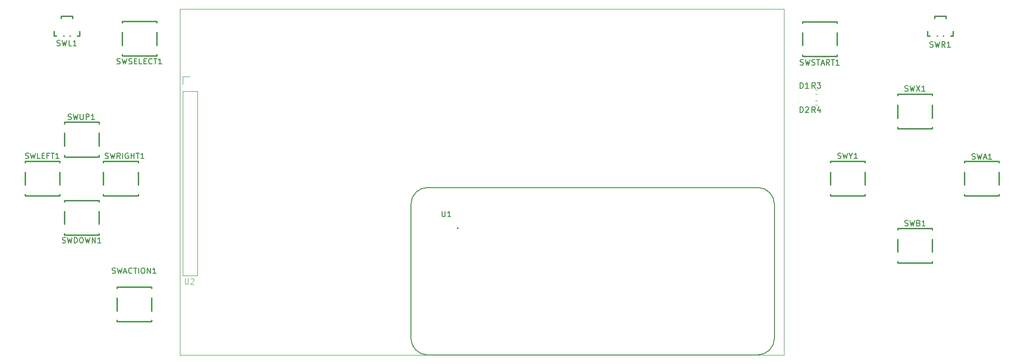
<source format=gbr>
%TF.GenerationSoftware,KiCad,Pcbnew,7.0.9*%
%TF.CreationDate,2024-03-17T17:30:52-07:00*%
%TF.ProjectId,PiEmulator,5069456d-756c-4617-946f-722e6b696361,rev?*%
%TF.SameCoordinates,Original*%
%TF.FileFunction,Legend,Top*%
%TF.FilePolarity,Positive*%
%FSLAX46Y46*%
G04 Gerber Fmt 4.6, Leading zero omitted, Abs format (unit mm)*
G04 Created by KiCad (PCBNEW 7.0.9) date 2024-03-17 17:30:52*
%MOMM*%
%LPD*%
G01*
G04 APERTURE LIST*
%ADD10C,0.150000*%
%ADD11C,0.100000*%
%ADD12C,0.250000*%
%ADD13C,0.120000*%
%ADD14C,0.127000*%
%ADD15C,0.200000*%
G04 APERTURE END LIST*
D10*
X70586905Y-76607200D02*
X70729762Y-76654819D01*
X70729762Y-76654819D02*
X70967857Y-76654819D01*
X70967857Y-76654819D02*
X71063095Y-76607200D01*
X71063095Y-76607200D02*
X71110714Y-76559580D01*
X71110714Y-76559580D02*
X71158333Y-76464342D01*
X71158333Y-76464342D02*
X71158333Y-76369104D01*
X71158333Y-76369104D02*
X71110714Y-76273866D01*
X71110714Y-76273866D02*
X71063095Y-76226247D01*
X71063095Y-76226247D02*
X70967857Y-76178628D01*
X70967857Y-76178628D02*
X70777381Y-76131009D01*
X70777381Y-76131009D02*
X70682143Y-76083390D01*
X70682143Y-76083390D02*
X70634524Y-76035771D01*
X70634524Y-76035771D02*
X70586905Y-75940533D01*
X70586905Y-75940533D02*
X70586905Y-75845295D01*
X70586905Y-75845295D02*
X70634524Y-75750057D01*
X70634524Y-75750057D02*
X70682143Y-75702438D01*
X70682143Y-75702438D02*
X70777381Y-75654819D01*
X70777381Y-75654819D02*
X71015476Y-75654819D01*
X71015476Y-75654819D02*
X71158333Y-75702438D01*
X71491667Y-75654819D02*
X71729762Y-76654819D01*
X71729762Y-76654819D02*
X71920238Y-75940533D01*
X71920238Y-75940533D02*
X72110714Y-76654819D01*
X72110714Y-76654819D02*
X72348810Y-75654819D01*
X73205952Y-76654819D02*
X72729762Y-76654819D01*
X72729762Y-76654819D02*
X72729762Y-75654819D01*
X74063095Y-76654819D02*
X73491667Y-76654819D01*
X73777381Y-76654819D02*
X73777381Y-75654819D01*
X73777381Y-75654819D02*
X73682143Y-75797676D01*
X73682143Y-75797676D02*
X73586905Y-75892914D01*
X73586905Y-75892914D02*
X73491667Y-75940533D01*
X222194667Y-108865200D02*
X222337524Y-108912819D01*
X222337524Y-108912819D02*
X222575619Y-108912819D01*
X222575619Y-108912819D02*
X222670857Y-108865200D01*
X222670857Y-108865200D02*
X222718476Y-108817580D01*
X222718476Y-108817580D02*
X222766095Y-108722342D01*
X222766095Y-108722342D02*
X222766095Y-108627104D01*
X222766095Y-108627104D02*
X222718476Y-108531866D01*
X222718476Y-108531866D02*
X222670857Y-108484247D01*
X222670857Y-108484247D02*
X222575619Y-108436628D01*
X222575619Y-108436628D02*
X222385143Y-108389009D01*
X222385143Y-108389009D02*
X222289905Y-108341390D01*
X222289905Y-108341390D02*
X222242286Y-108293771D01*
X222242286Y-108293771D02*
X222194667Y-108198533D01*
X222194667Y-108198533D02*
X222194667Y-108103295D01*
X222194667Y-108103295D02*
X222242286Y-108008057D01*
X222242286Y-108008057D02*
X222289905Y-107960438D01*
X222289905Y-107960438D02*
X222385143Y-107912819D01*
X222385143Y-107912819D02*
X222623238Y-107912819D01*
X222623238Y-107912819D02*
X222766095Y-107960438D01*
X223099429Y-107912819D02*
X223337524Y-108912819D01*
X223337524Y-108912819D02*
X223528000Y-108198533D01*
X223528000Y-108198533D02*
X223718476Y-108912819D01*
X223718476Y-108912819D02*
X223956572Y-107912819D01*
X224670857Y-108389009D02*
X224813714Y-108436628D01*
X224813714Y-108436628D02*
X224861333Y-108484247D01*
X224861333Y-108484247D02*
X224908952Y-108579485D01*
X224908952Y-108579485D02*
X224908952Y-108722342D01*
X224908952Y-108722342D02*
X224861333Y-108817580D01*
X224861333Y-108817580D02*
X224813714Y-108865200D01*
X224813714Y-108865200D02*
X224718476Y-108912819D01*
X224718476Y-108912819D02*
X224337524Y-108912819D01*
X224337524Y-108912819D02*
X224337524Y-107912819D01*
X224337524Y-107912819D02*
X224670857Y-107912819D01*
X224670857Y-107912819D02*
X224766095Y-107960438D01*
X224766095Y-107960438D02*
X224813714Y-108008057D01*
X224813714Y-108008057D02*
X224861333Y-108103295D01*
X224861333Y-108103295D02*
X224861333Y-108198533D01*
X224861333Y-108198533D02*
X224813714Y-108293771D01*
X224813714Y-108293771D02*
X224766095Y-108341390D01*
X224766095Y-108341390D02*
X224670857Y-108389009D01*
X224670857Y-108389009D02*
X224337524Y-108389009D01*
X225861333Y-108912819D02*
X225289905Y-108912819D01*
X225575619Y-108912819D02*
X225575619Y-107912819D01*
X225575619Y-107912819D02*
X225480381Y-108055676D01*
X225480381Y-108055676D02*
X225385143Y-108150914D01*
X225385143Y-108150914D02*
X225289905Y-108198533D01*
X226704667Y-76861200D02*
X226847524Y-76908819D01*
X226847524Y-76908819D02*
X227085619Y-76908819D01*
X227085619Y-76908819D02*
X227180857Y-76861200D01*
X227180857Y-76861200D02*
X227228476Y-76813580D01*
X227228476Y-76813580D02*
X227276095Y-76718342D01*
X227276095Y-76718342D02*
X227276095Y-76623104D01*
X227276095Y-76623104D02*
X227228476Y-76527866D01*
X227228476Y-76527866D02*
X227180857Y-76480247D01*
X227180857Y-76480247D02*
X227085619Y-76432628D01*
X227085619Y-76432628D02*
X226895143Y-76385009D01*
X226895143Y-76385009D02*
X226799905Y-76337390D01*
X226799905Y-76337390D02*
X226752286Y-76289771D01*
X226752286Y-76289771D02*
X226704667Y-76194533D01*
X226704667Y-76194533D02*
X226704667Y-76099295D01*
X226704667Y-76099295D02*
X226752286Y-76004057D01*
X226752286Y-76004057D02*
X226799905Y-75956438D01*
X226799905Y-75956438D02*
X226895143Y-75908819D01*
X226895143Y-75908819D02*
X227133238Y-75908819D01*
X227133238Y-75908819D02*
X227276095Y-75956438D01*
X227609429Y-75908819D02*
X227847524Y-76908819D01*
X227847524Y-76908819D02*
X228038000Y-76194533D01*
X228038000Y-76194533D02*
X228228476Y-76908819D01*
X228228476Y-76908819D02*
X228466572Y-75908819D01*
X229418952Y-76908819D02*
X229085619Y-76432628D01*
X228847524Y-76908819D02*
X228847524Y-75908819D01*
X228847524Y-75908819D02*
X229228476Y-75908819D01*
X229228476Y-75908819D02*
X229323714Y-75956438D01*
X229323714Y-75956438D02*
X229371333Y-76004057D01*
X229371333Y-76004057D02*
X229418952Y-76099295D01*
X229418952Y-76099295D02*
X229418952Y-76242152D01*
X229418952Y-76242152D02*
X229371333Y-76337390D01*
X229371333Y-76337390D02*
X229323714Y-76385009D01*
X229323714Y-76385009D02*
X229228476Y-76432628D01*
X229228476Y-76432628D02*
X228847524Y-76432628D01*
X230371333Y-76908819D02*
X229799905Y-76908819D01*
X230085619Y-76908819D02*
X230085619Y-75908819D01*
X230085619Y-75908819D02*
X229990381Y-76051676D01*
X229990381Y-76051676D02*
X229895143Y-76146914D01*
X229895143Y-76146914D02*
X229799905Y-76194533D01*
X234218095Y-96927200D02*
X234360952Y-96974819D01*
X234360952Y-96974819D02*
X234599047Y-96974819D01*
X234599047Y-96974819D02*
X234694285Y-96927200D01*
X234694285Y-96927200D02*
X234741904Y-96879580D01*
X234741904Y-96879580D02*
X234789523Y-96784342D01*
X234789523Y-96784342D02*
X234789523Y-96689104D01*
X234789523Y-96689104D02*
X234741904Y-96593866D01*
X234741904Y-96593866D02*
X234694285Y-96546247D01*
X234694285Y-96546247D02*
X234599047Y-96498628D01*
X234599047Y-96498628D02*
X234408571Y-96451009D01*
X234408571Y-96451009D02*
X234313333Y-96403390D01*
X234313333Y-96403390D02*
X234265714Y-96355771D01*
X234265714Y-96355771D02*
X234218095Y-96260533D01*
X234218095Y-96260533D02*
X234218095Y-96165295D01*
X234218095Y-96165295D02*
X234265714Y-96070057D01*
X234265714Y-96070057D02*
X234313333Y-96022438D01*
X234313333Y-96022438D02*
X234408571Y-95974819D01*
X234408571Y-95974819D02*
X234646666Y-95974819D01*
X234646666Y-95974819D02*
X234789523Y-96022438D01*
X235122857Y-95974819D02*
X235360952Y-96974819D01*
X235360952Y-96974819D02*
X235551428Y-96260533D01*
X235551428Y-96260533D02*
X235741904Y-96974819D01*
X235741904Y-96974819D02*
X235980000Y-95974819D01*
X236313333Y-96689104D02*
X236789523Y-96689104D01*
X236218095Y-96974819D02*
X236551428Y-95974819D01*
X236551428Y-95974819D02*
X236884761Y-96974819D01*
X237741904Y-96974819D02*
X237170476Y-96974819D01*
X237456190Y-96974819D02*
X237456190Y-95974819D01*
X237456190Y-95974819D02*
X237360952Y-96117676D01*
X237360952Y-96117676D02*
X237265714Y-96212914D01*
X237265714Y-96212914D02*
X237170476Y-96260533D01*
D11*
X93472095Y-118329419D02*
X93472095Y-119138942D01*
X93472095Y-119138942D02*
X93519714Y-119234180D01*
X93519714Y-119234180D02*
X93567333Y-119281800D01*
X93567333Y-119281800D02*
X93662571Y-119329419D01*
X93662571Y-119329419D02*
X93853047Y-119329419D01*
X93853047Y-119329419D02*
X93948285Y-119281800D01*
X93948285Y-119281800D02*
X93995904Y-119234180D01*
X93995904Y-119234180D02*
X94043523Y-119138942D01*
X94043523Y-119138942D02*
X94043523Y-118329419D01*
X94472095Y-118424657D02*
X94519714Y-118377038D01*
X94519714Y-118377038D02*
X94614952Y-118329419D01*
X94614952Y-118329419D02*
X94853047Y-118329419D01*
X94853047Y-118329419D02*
X94948285Y-118377038D01*
X94948285Y-118377038D02*
X94995904Y-118424657D01*
X94995904Y-118424657D02*
X95043523Y-118519895D01*
X95043523Y-118519895D02*
X95043523Y-118615133D01*
X95043523Y-118615133D02*
X94995904Y-118757990D01*
X94995904Y-118757990D02*
X94424476Y-119329419D01*
X94424476Y-119329419D02*
X95043523Y-119329419D01*
D10*
X79200810Y-96800200D02*
X79343667Y-96847819D01*
X79343667Y-96847819D02*
X79581762Y-96847819D01*
X79581762Y-96847819D02*
X79677000Y-96800200D01*
X79677000Y-96800200D02*
X79724619Y-96752580D01*
X79724619Y-96752580D02*
X79772238Y-96657342D01*
X79772238Y-96657342D02*
X79772238Y-96562104D01*
X79772238Y-96562104D02*
X79724619Y-96466866D01*
X79724619Y-96466866D02*
X79677000Y-96419247D01*
X79677000Y-96419247D02*
X79581762Y-96371628D01*
X79581762Y-96371628D02*
X79391286Y-96324009D01*
X79391286Y-96324009D02*
X79296048Y-96276390D01*
X79296048Y-96276390D02*
X79248429Y-96228771D01*
X79248429Y-96228771D02*
X79200810Y-96133533D01*
X79200810Y-96133533D02*
X79200810Y-96038295D01*
X79200810Y-96038295D02*
X79248429Y-95943057D01*
X79248429Y-95943057D02*
X79296048Y-95895438D01*
X79296048Y-95895438D02*
X79391286Y-95847819D01*
X79391286Y-95847819D02*
X79629381Y-95847819D01*
X79629381Y-95847819D02*
X79772238Y-95895438D01*
X80105572Y-95847819D02*
X80343667Y-96847819D01*
X80343667Y-96847819D02*
X80534143Y-96133533D01*
X80534143Y-96133533D02*
X80724619Y-96847819D01*
X80724619Y-96847819D02*
X80962715Y-95847819D01*
X81915095Y-96847819D02*
X81581762Y-96371628D01*
X81343667Y-96847819D02*
X81343667Y-95847819D01*
X81343667Y-95847819D02*
X81724619Y-95847819D01*
X81724619Y-95847819D02*
X81819857Y-95895438D01*
X81819857Y-95895438D02*
X81867476Y-95943057D01*
X81867476Y-95943057D02*
X81915095Y-96038295D01*
X81915095Y-96038295D02*
X81915095Y-96181152D01*
X81915095Y-96181152D02*
X81867476Y-96276390D01*
X81867476Y-96276390D02*
X81819857Y-96324009D01*
X81819857Y-96324009D02*
X81724619Y-96371628D01*
X81724619Y-96371628D02*
X81343667Y-96371628D01*
X82343667Y-96847819D02*
X82343667Y-95847819D01*
X83343666Y-95895438D02*
X83248428Y-95847819D01*
X83248428Y-95847819D02*
X83105571Y-95847819D01*
X83105571Y-95847819D02*
X82962714Y-95895438D01*
X82962714Y-95895438D02*
X82867476Y-95990676D01*
X82867476Y-95990676D02*
X82819857Y-96085914D01*
X82819857Y-96085914D02*
X82772238Y-96276390D01*
X82772238Y-96276390D02*
X82772238Y-96419247D01*
X82772238Y-96419247D02*
X82819857Y-96609723D01*
X82819857Y-96609723D02*
X82867476Y-96704961D01*
X82867476Y-96704961D02*
X82962714Y-96800200D01*
X82962714Y-96800200D02*
X83105571Y-96847819D01*
X83105571Y-96847819D02*
X83200809Y-96847819D01*
X83200809Y-96847819D02*
X83343666Y-96800200D01*
X83343666Y-96800200D02*
X83391285Y-96752580D01*
X83391285Y-96752580D02*
X83391285Y-96419247D01*
X83391285Y-96419247D02*
X83200809Y-96419247D01*
X83819857Y-96847819D02*
X83819857Y-95847819D01*
X83819857Y-96324009D02*
X84391285Y-96324009D01*
X84391285Y-96847819D02*
X84391285Y-95847819D01*
X84724619Y-95847819D02*
X85296047Y-95847819D01*
X85010333Y-96847819D02*
X85010333Y-95847819D01*
X86153190Y-96847819D02*
X85581762Y-96847819D01*
X85867476Y-96847819D02*
X85867476Y-95847819D01*
X85867476Y-95847819D02*
X85772238Y-95990676D01*
X85772238Y-95990676D02*
X85677000Y-96085914D01*
X85677000Y-96085914D02*
X85581762Y-96133533D01*
X203500905Y-88592819D02*
X203500905Y-87592819D01*
X203500905Y-87592819D02*
X203739000Y-87592819D01*
X203739000Y-87592819D02*
X203881857Y-87640438D01*
X203881857Y-87640438D02*
X203977095Y-87735676D01*
X203977095Y-87735676D02*
X204024714Y-87830914D01*
X204024714Y-87830914D02*
X204072333Y-88021390D01*
X204072333Y-88021390D02*
X204072333Y-88164247D01*
X204072333Y-88164247D02*
X204024714Y-88354723D01*
X204024714Y-88354723D02*
X203977095Y-88449961D01*
X203977095Y-88449961D02*
X203881857Y-88545200D01*
X203881857Y-88545200D02*
X203739000Y-88592819D01*
X203739000Y-88592819D02*
X203500905Y-88592819D01*
X204453286Y-87688057D02*
X204500905Y-87640438D01*
X204500905Y-87640438D02*
X204596143Y-87592819D01*
X204596143Y-87592819D02*
X204834238Y-87592819D01*
X204834238Y-87592819D02*
X204929476Y-87640438D01*
X204929476Y-87640438D02*
X204977095Y-87688057D01*
X204977095Y-87688057D02*
X205024714Y-87783295D01*
X205024714Y-87783295D02*
X205024714Y-87878533D01*
X205024714Y-87878533D02*
X204977095Y-88021390D01*
X204977095Y-88021390D02*
X204405667Y-88592819D01*
X204405667Y-88592819D02*
X205024714Y-88592819D01*
X64945000Y-96800200D02*
X65087857Y-96847819D01*
X65087857Y-96847819D02*
X65325952Y-96847819D01*
X65325952Y-96847819D02*
X65421190Y-96800200D01*
X65421190Y-96800200D02*
X65468809Y-96752580D01*
X65468809Y-96752580D02*
X65516428Y-96657342D01*
X65516428Y-96657342D02*
X65516428Y-96562104D01*
X65516428Y-96562104D02*
X65468809Y-96466866D01*
X65468809Y-96466866D02*
X65421190Y-96419247D01*
X65421190Y-96419247D02*
X65325952Y-96371628D01*
X65325952Y-96371628D02*
X65135476Y-96324009D01*
X65135476Y-96324009D02*
X65040238Y-96276390D01*
X65040238Y-96276390D02*
X64992619Y-96228771D01*
X64992619Y-96228771D02*
X64945000Y-96133533D01*
X64945000Y-96133533D02*
X64945000Y-96038295D01*
X64945000Y-96038295D02*
X64992619Y-95943057D01*
X64992619Y-95943057D02*
X65040238Y-95895438D01*
X65040238Y-95895438D02*
X65135476Y-95847819D01*
X65135476Y-95847819D02*
X65373571Y-95847819D01*
X65373571Y-95847819D02*
X65516428Y-95895438D01*
X65849762Y-95847819D02*
X66087857Y-96847819D01*
X66087857Y-96847819D02*
X66278333Y-96133533D01*
X66278333Y-96133533D02*
X66468809Y-96847819D01*
X66468809Y-96847819D02*
X66706905Y-95847819D01*
X67564047Y-96847819D02*
X67087857Y-96847819D01*
X67087857Y-96847819D02*
X67087857Y-95847819D01*
X67897381Y-96324009D02*
X68230714Y-96324009D01*
X68373571Y-96847819D02*
X67897381Y-96847819D01*
X67897381Y-96847819D02*
X67897381Y-95847819D01*
X67897381Y-95847819D02*
X68373571Y-95847819D01*
X69135476Y-96324009D02*
X68802143Y-96324009D01*
X68802143Y-96847819D02*
X68802143Y-95847819D01*
X68802143Y-95847819D02*
X69278333Y-95847819D01*
X69516429Y-95847819D02*
X70087857Y-95847819D01*
X69802143Y-96847819D02*
X69802143Y-95847819D01*
X70945000Y-96847819D02*
X70373572Y-96847819D01*
X70659286Y-96847819D02*
X70659286Y-95847819D01*
X70659286Y-95847819D02*
X70564048Y-95990676D01*
X70564048Y-95990676D02*
X70468810Y-96085914D01*
X70468810Y-96085914D02*
X70373572Y-96133533D01*
X206208333Y-84247819D02*
X205875000Y-83771628D01*
X205636905Y-84247819D02*
X205636905Y-83247819D01*
X205636905Y-83247819D02*
X206017857Y-83247819D01*
X206017857Y-83247819D02*
X206113095Y-83295438D01*
X206113095Y-83295438D02*
X206160714Y-83343057D01*
X206160714Y-83343057D02*
X206208333Y-83438295D01*
X206208333Y-83438295D02*
X206208333Y-83581152D01*
X206208333Y-83581152D02*
X206160714Y-83676390D01*
X206160714Y-83676390D02*
X206113095Y-83724009D01*
X206113095Y-83724009D02*
X206017857Y-83771628D01*
X206017857Y-83771628D02*
X205636905Y-83771628D01*
X206541667Y-83247819D02*
X207160714Y-83247819D01*
X207160714Y-83247819D02*
X206827381Y-83628771D01*
X206827381Y-83628771D02*
X206970238Y-83628771D01*
X206970238Y-83628771D02*
X207065476Y-83676390D01*
X207065476Y-83676390D02*
X207113095Y-83724009D01*
X207113095Y-83724009D02*
X207160714Y-83819247D01*
X207160714Y-83819247D02*
X207160714Y-84057342D01*
X207160714Y-84057342D02*
X207113095Y-84152580D01*
X207113095Y-84152580D02*
X207065476Y-84200200D01*
X207065476Y-84200200D02*
X206970238Y-84247819D01*
X206970238Y-84247819D02*
X206684524Y-84247819D01*
X206684524Y-84247819D02*
X206589286Y-84200200D01*
X206589286Y-84200200D02*
X206541667Y-84152580D01*
X72572857Y-89815200D02*
X72715714Y-89862819D01*
X72715714Y-89862819D02*
X72953809Y-89862819D01*
X72953809Y-89862819D02*
X73049047Y-89815200D01*
X73049047Y-89815200D02*
X73096666Y-89767580D01*
X73096666Y-89767580D02*
X73144285Y-89672342D01*
X73144285Y-89672342D02*
X73144285Y-89577104D01*
X73144285Y-89577104D02*
X73096666Y-89481866D01*
X73096666Y-89481866D02*
X73049047Y-89434247D01*
X73049047Y-89434247D02*
X72953809Y-89386628D01*
X72953809Y-89386628D02*
X72763333Y-89339009D01*
X72763333Y-89339009D02*
X72668095Y-89291390D01*
X72668095Y-89291390D02*
X72620476Y-89243771D01*
X72620476Y-89243771D02*
X72572857Y-89148533D01*
X72572857Y-89148533D02*
X72572857Y-89053295D01*
X72572857Y-89053295D02*
X72620476Y-88958057D01*
X72620476Y-88958057D02*
X72668095Y-88910438D01*
X72668095Y-88910438D02*
X72763333Y-88862819D01*
X72763333Y-88862819D02*
X73001428Y-88862819D01*
X73001428Y-88862819D02*
X73144285Y-88910438D01*
X73477619Y-88862819D02*
X73715714Y-89862819D01*
X73715714Y-89862819D02*
X73906190Y-89148533D01*
X73906190Y-89148533D02*
X74096666Y-89862819D01*
X74096666Y-89862819D02*
X74334762Y-88862819D01*
X74715714Y-88862819D02*
X74715714Y-89672342D01*
X74715714Y-89672342D02*
X74763333Y-89767580D01*
X74763333Y-89767580D02*
X74810952Y-89815200D01*
X74810952Y-89815200D02*
X74906190Y-89862819D01*
X74906190Y-89862819D02*
X75096666Y-89862819D01*
X75096666Y-89862819D02*
X75191904Y-89815200D01*
X75191904Y-89815200D02*
X75239523Y-89767580D01*
X75239523Y-89767580D02*
X75287142Y-89672342D01*
X75287142Y-89672342D02*
X75287142Y-88862819D01*
X75763333Y-89862819D02*
X75763333Y-88862819D01*
X75763333Y-88862819D02*
X76144285Y-88862819D01*
X76144285Y-88862819D02*
X76239523Y-88910438D01*
X76239523Y-88910438D02*
X76287142Y-88958057D01*
X76287142Y-88958057D02*
X76334761Y-89053295D01*
X76334761Y-89053295D02*
X76334761Y-89196152D01*
X76334761Y-89196152D02*
X76287142Y-89291390D01*
X76287142Y-89291390D02*
X76239523Y-89339009D01*
X76239523Y-89339009D02*
X76144285Y-89386628D01*
X76144285Y-89386628D02*
X75763333Y-89386628D01*
X77287142Y-89862819D02*
X76715714Y-89862819D01*
X77001428Y-89862819D02*
X77001428Y-88862819D01*
X77001428Y-88862819D02*
X76906190Y-89005676D01*
X76906190Y-89005676D02*
X76810952Y-89100914D01*
X76810952Y-89100914D02*
X76715714Y-89148533D01*
X71527619Y-111913200D02*
X71670476Y-111960819D01*
X71670476Y-111960819D02*
X71908571Y-111960819D01*
X71908571Y-111960819D02*
X72003809Y-111913200D01*
X72003809Y-111913200D02*
X72051428Y-111865580D01*
X72051428Y-111865580D02*
X72099047Y-111770342D01*
X72099047Y-111770342D02*
X72099047Y-111675104D01*
X72099047Y-111675104D02*
X72051428Y-111579866D01*
X72051428Y-111579866D02*
X72003809Y-111532247D01*
X72003809Y-111532247D02*
X71908571Y-111484628D01*
X71908571Y-111484628D02*
X71718095Y-111437009D01*
X71718095Y-111437009D02*
X71622857Y-111389390D01*
X71622857Y-111389390D02*
X71575238Y-111341771D01*
X71575238Y-111341771D02*
X71527619Y-111246533D01*
X71527619Y-111246533D02*
X71527619Y-111151295D01*
X71527619Y-111151295D02*
X71575238Y-111056057D01*
X71575238Y-111056057D02*
X71622857Y-111008438D01*
X71622857Y-111008438D02*
X71718095Y-110960819D01*
X71718095Y-110960819D02*
X71956190Y-110960819D01*
X71956190Y-110960819D02*
X72099047Y-111008438D01*
X72432381Y-110960819D02*
X72670476Y-111960819D01*
X72670476Y-111960819D02*
X72860952Y-111246533D01*
X72860952Y-111246533D02*
X73051428Y-111960819D01*
X73051428Y-111960819D02*
X73289524Y-110960819D01*
X73670476Y-111960819D02*
X73670476Y-110960819D01*
X73670476Y-110960819D02*
X73908571Y-110960819D01*
X73908571Y-110960819D02*
X74051428Y-111008438D01*
X74051428Y-111008438D02*
X74146666Y-111103676D01*
X74146666Y-111103676D02*
X74194285Y-111198914D01*
X74194285Y-111198914D02*
X74241904Y-111389390D01*
X74241904Y-111389390D02*
X74241904Y-111532247D01*
X74241904Y-111532247D02*
X74194285Y-111722723D01*
X74194285Y-111722723D02*
X74146666Y-111817961D01*
X74146666Y-111817961D02*
X74051428Y-111913200D01*
X74051428Y-111913200D02*
X73908571Y-111960819D01*
X73908571Y-111960819D02*
X73670476Y-111960819D01*
X74860952Y-110960819D02*
X75051428Y-110960819D01*
X75051428Y-110960819D02*
X75146666Y-111008438D01*
X75146666Y-111008438D02*
X75241904Y-111103676D01*
X75241904Y-111103676D02*
X75289523Y-111294152D01*
X75289523Y-111294152D02*
X75289523Y-111627485D01*
X75289523Y-111627485D02*
X75241904Y-111817961D01*
X75241904Y-111817961D02*
X75146666Y-111913200D01*
X75146666Y-111913200D02*
X75051428Y-111960819D01*
X75051428Y-111960819D02*
X74860952Y-111960819D01*
X74860952Y-111960819D02*
X74765714Y-111913200D01*
X74765714Y-111913200D02*
X74670476Y-111817961D01*
X74670476Y-111817961D02*
X74622857Y-111627485D01*
X74622857Y-111627485D02*
X74622857Y-111294152D01*
X74622857Y-111294152D02*
X74670476Y-111103676D01*
X74670476Y-111103676D02*
X74765714Y-111008438D01*
X74765714Y-111008438D02*
X74860952Y-110960819D01*
X75622857Y-110960819D02*
X75860952Y-111960819D01*
X75860952Y-111960819D02*
X76051428Y-111246533D01*
X76051428Y-111246533D02*
X76241904Y-111960819D01*
X76241904Y-111960819D02*
X76480000Y-110960819D01*
X76860952Y-111960819D02*
X76860952Y-110960819D01*
X76860952Y-110960819D02*
X77432380Y-111960819D01*
X77432380Y-111960819D02*
X77432380Y-110960819D01*
X78432380Y-111960819D02*
X77860952Y-111960819D01*
X78146666Y-111960819D02*
X78146666Y-110960819D01*
X78146666Y-110960819D02*
X78051428Y-111103676D01*
X78051428Y-111103676D02*
X77956190Y-111198914D01*
X77956190Y-111198914D02*
X77860952Y-111246533D01*
X206208333Y-88592819D02*
X205875000Y-88116628D01*
X205636905Y-88592819D02*
X205636905Y-87592819D01*
X205636905Y-87592819D02*
X206017857Y-87592819D01*
X206017857Y-87592819D02*
X206113095Y-87640438D01*
X206113095Y-87640438D02*
X206160714Y-87688057D01*
X206160714Y-87688057D02*
X206208333Y-87783295D01*
X206208333Y-87783295D02*
X206208333Y-87926152D01*
X206208333Y-87926152D02*
X206160714Y-88021390D01*
X206160714Y-88021390D02*
X206113095Y-88069009D01*
X206113095Y-88069009D02*
X206017857Y-88116628D01*
X206017857Y-88116628D02*
X205636905Y-88116628D01*
X207065476Y-87926152D02*
X207065476Y-88592819D01*
X206827381Y-87545200D02*
X206589286Y-88259485D01*
X206589286Y-88259485D02*
X207208333Y-88259485D01*
X139444655Y-106260804D02*
X139444655Y-107071857D01*
X139444655Y-107071857D02*
X139492364Y-107167275D01*
X139492364Y-107167275D02*
X139540073Y-107214985D01*
X139540073Y-107214985D02*
X139635491Y-107262694D01*
X139635491Y-107262694D02*
X139826327Y-107262694D01*
X139826327Y-107262694D02*
X139921745Y-107214985D01*
X139921745Y-107214985D02*
X139969454Y-107167275D01*
X139969454Y-107167275D02*
X140017163Y-107071857D01*
X140017163Y-107071857D02*
X140017163Y-106260804D01*
X141019053Y-107262694D02*
X140446545Y-107262694D01*
X140732799Y-107262694D02*
X140732799Y-106260804D01*
X140732799Y-106260804D02*
X140637381Y-106403931D01*
X140637381Y-106403931D02*
X140541963Y-106499349D01*
X140541963Y-106499349D02*
X140446545Y-106547058D01*
X222218476Y-84735200D02*
X222361333Y-84782819D01*
X222361333Y-84782819D02*
X222599428Y-84782819D01*
X222599428Y-84782819D02*
X222694666Y-84735200D01*
X222694666Y-84735200D02*
X222742285Y-84687580D01*
X222742285Y-84687580D02*
X222789904Y-84592342D01*
X222789904Y-84592342D02*
X222789904Y-84497104D01*
X222789904Y-84497104D02*
X222742285Y-84401866D01*
X222742285Y-84401866D02*
X222694666Y-84354247D01*
X222694666Y-84354247D02*
X222599428Y-84306628D01*
X222599428Y-84306628D02*
X222408952Y-84259009D01*
X222408952Y-84259009D02*
X222313714Y-84211390D01*
X222313714Y-84211390D02*
X222266095Y-84163771D01*
X222266095Y-84163771D02*
X222218476Y-84068533D01*
X222218476Y-84068533D02*
X222218476Y-83973295D01*
X222218476Y-83973295D02*
X222266095Y-83878057D01*
X222266095Y-83878057D02*
X222313714Y-83830438D01*
X222313714Y-83830438D02*
X222408952Y-83782819D01*
X222408952Y-83782819D02*
X222647047Y-83782819D01*
X222647047Y-83782819D02*
X222789904Y-83830438D01*
X223123238Y-83782819D02*
X223361333Y-84782819D01*
X223361333Y-84782819D02*
X223551809Y-84068533D01*
X223551809Y-84068533D02*
X223742285Y-84782819D01*
X223742285Y-84782819D02*
X223980381Y-83782819D01*
X224266095Y-83782819D02*
X224932761Y-84782819D01*
X224932761Y-83782819D02*
X224266095Y-84782819D01*
X225837523Y-84782819D02*
X225266095Y-84782819D01*
X225551809Y-84782819D02*
X225551809Y-83782819D01*
X225551809Y-83782819D02*
X225456571Y-83925676D01*
X225456571Y-83925676D02*
X225361333Y-84020914D01*
X225361333Y-84020914D02*
X225266095Y-84068533D01*
X80447429Y-117375200D02*
X80590286Y-117422819D01*
X80590286Y-117422819D02*
X80828381Y-117422819D01*
X80828381Y-117422819D02*
X80923619Y-117375200D01*
X80923619Y-117375200D02*
X80971238Y-117327580D01*
X80971238Y-117327580D02*
X81018857Y-117232342D01*
X81018857Y-117232342D02*
X81018857Y-117137104D01*
X81018857Y-117137104D02*
X80971238Y-117041866D01*
X80971238Y-117041866D02*
X80923619Y-116994247D01*
X80923619Y-116994247D02*
X80828381Y-116946628D01*
X80828381Y-116946628D02*
X80637905Y-116899009D01*
X80637905Y-116899009D02*
X80542667Y-116851390D01*
X80542667Y-116851390D02*
X80495048Y-116803771D01*
X80495048Y-116803771D02*
X80447429Y-116708533D01*
X80447429Y-116708533D02*
X80447429Y-116613295D01*
X80447429Y-116613295D02*
X80495048Y-116518057D01*
X80495048Y-116518057D02*
X80542667Y-116470438D01*
X80542667Y-116470438D02*
X80637905Y-116422819D01*
X80637905Y-116422819D02*
X80876000Y-116422819D01*
X80876000Y-116422819D02*
X81018857Y-116470438D01*
X81352191Y-116422819D02*
X81590286Y-117422819D01*
X81590286Y-117422819D02*
X81780762Y-116708533D01*
X81780762Y-116708533D02*
X81971238Y-117422819D01*
X81971238Y-117422819D02*
X82209334Y-116422819D01*
X82542667Y-117137104D02*
X83018857Y-117137104D01*
X82447429Y-117422819D02*
X82780762Y-116422819D01*
X82780762Y-116422819D02*
X83114095Y-117422819D01*
X84018857Y-117327580D02*
X83971238Y-117375200D01*
X83971238Y-117375200D02*
X83828381Y-117422819D01*
X83828381Y-117422819D02*
X83733143Y-117422819D01*
X83733143Y-117422819D02*
X83590286Y-117375200D01*
X83590286Y-117375200D02*
X83495048Y-117279961D01*
X83495048Y-117279961D02*
X83447429Y-117184723D01*
X83447429Y-117184723D02*
X83399810Y-116994247D01*
X83399810Y-116994247D02*
X83399810Y-116851390D01*
X83399810Y-116851390D02*
X83447429Y-116660914D01*
X83447429Y-116660914D02*
X83495048Y-116565676D01*
X83495048Y-116565676D02*
X83590286Y-116470438D01*
X83590286Y-116470438D02*
X83733143Y-116422819D01*
X83733143Y-116422819D02*
X83828381Y-116422819D01*
X83828381Y-116422819D02*
X83971238Y-116470438D01*
X83971238Y-116470438D02*
X84018857Y-116518057D01*
X84304572Y-116422819D02*
X84876000Y-116422819D01*
X84590286Y-117422819D02*
X84590286Y-116422819D01*
X85209334Y-117422819D02*
X85209334Y-116422819D01*
X85876000Y-116422819D02*
X86066476Y-116422819D01*
X86066476Y-116422819D02*
X86161714Y-116470438D01*
X86161714Y-116470438D02*
X86256952Y-116565676D01*
X86256952Y-116565676D02*
X86304571Y-116756152D01*
X86304571Y-116756152D02*
X86304571Y-117089485D01*
X86304571Y-117089485D02*
X86256952Y-117279961D01*
X86256952Y-117279961D02*
X86161714Y-117375200D01*
X86161714Y-117375200D02*
X86066476Y-117422819D01*
X86066476Y-117422819D02*
X85876000Y-117422819D01*
X85876000Y-117422819D02*
X85780762Y-117375200D01*
X85780762Y-117375200D02*
X85685524Y-117279961D01*
X85685524Y-117279961D02*
X85637905Y-117089485D01*
X85637905Y-117089485D02*
X85637905Y-116756152D01*
X85637905Y-116756152D02*
X85685524Y-116565676D01*
X85685524Y-116565676D02*
X85780762Y-116470438D01*
X85780762Y-116470438D02*
X85876000Y-116422819D01*
X86733143Y-117422819D02*
X86733143Y-116422819D01*
X86733143Y-116422819D02*
X87304571Y-117422819D01*
X87304571Y-117422819D02*
X87304571Y-116422819D01*
X88304571Y-117422819D02*
X87733143Y-117422819D01*
X88018857Y-117422819D02*
X88018857Y-116422819D01*
X88018857Y-116422819D02*
X87923619Y-116565676D01*
X87923619Y-116565676D02*
X87828381Y-116660914D01*
X87828381Y-116660914D02*
X87733143Y-116708533D01*
X81325000Y-79875200D02*
X81467857Y-79922819D01*
X81467857Y-79922819D02*
X81705952Y-79922819D01*
X81705952Y-79922819D02*
X81801190Y-79875200D01*
X81801190Y-79875200D02*
X81848809Y-79827580D01*
X81848809Y-79827580D02*
X81896428Y-79732342D01*
X81896428Y-79732342D02*
X81896428Y-79637104D01*
X81896428Y-79637104D02*
X81848809Y-79541866D01*
X81848809Y-79541866D02*
X81801190Y-79494247D01*
X81801190Y-79494247D02*
X81705952Y-79446628D01*
X81705952Y-79446628D02*
X81515476Y-79399009D01*
X81515476Y-79399009D02*
X81420238Y-79351390D01*
X81420238Y-79351390D02*
X81372619Y-79303771D01*
X81372619Y-79303771D02*
X81325000Y-79208533D01*
X81325000Y-79208533D02*
X81325000Y-79113295D01*
X81325000Y-79113295D02*
X81372619Y-79018057D01*
X81372619Y-79018057D02*
X81420238Y-78970438D01*
X81420238Y-78970438D02*
X81515476Y-78922819D01*
X81515476Y-78922819D02*
X81753571Y-78922819D01*
X81753571Y-78922819D02*
X81896428Y-78970438D01*
X82229762Y-78922819D02*
X82467857Y-79922819D01*
X82467857Y-79922819D02*
X82658333Y-79208533D01*
X82658333Y-79208533D02*
X82848809Y-79922819D01*
X82848809Y-79922819D02*
X83086905Y-78922819D01*
X83420238Y-79875200D02*
X83563095Y-79922819D01*
X83563095Y-79922819D02*
X83801190Y-79922819D01*
X83801190Y-79922819D02*
X83896428Y-79875200D01*
X83896428Y-79875200D02*
X83944047Y-79827580D01*
X83944047Y-79827580D02*
X83991666Y-79732342D01*
X83991666Y-79732342D02*
X83991666Y-79637104D01*
X83991666Y-79637104D02*
X83944047Y-79541866D01*
X83944047Y-79541866D02*
X83896428Y-79494247D01*
X83896428Y-79494247D02*
X83801190Y-79446628D01*
X83801190Y-79446628D02*
X83610714Y-79399009D01*
X83610714Y-79399009D02*
X83515476Y-79351390D01*
X83515476Y-79351390D02*
X83467857Y-79303771D01*
X83467857Y-79303771D02*
X83420238Y-79208533D01*
X83420238Y-79208533D02*
X83420238Y-79113295D01*
X83420238Y-79113295D02*
X83467857Y-79018057D01*
X83467857Y-79018057D02*
X83515476Y-78970438D01*
X83515476Y-78970438D02*
X83610714Y-78922819D01*
X83610714Y-78922819D02*
X83848809Y-78922819D01*
X83848809Y-78922819D02*
X83991666Y-78970438D01*
X84420238Y-79399009D02*
X84753571Y-79399009D01*
X84896428Y-79922819D02*
X84420238Y-79922819D01*
X84420238Y-79922819D02*
X84420238Y-78922819D01*
X84420238Y-78922819D02*
X84896428Y-78922819D01*
X85801190Y-79922819D02*
X85325000Y-79922819D01*
X85325000Y-79922819D02*
X85325000Y-78922819D01*
X86134524Y-79399009D02*
X86467857Y-79399009D01*
X86610714Y-79922819D02*
X86134524Y-79922819D01*
X86134524Y-79922819D02*
X86134524Y-78922819D01*
X86134524Y-78922819D02*
X86610714Y-78922819D01*
X87610714Y-79827580D02*
X87563095Y-79875200D01*
X87563095Y-79875200D02*
X87420238Y-79922819D01*
X87420238Y-79922819D02*
X87325000Y-79922819D01*
X87325000Y-79922819D02*
X87182143Y-79875200D01*
X87182143Y-79875200D02*
X87086905Y-79779961D01*
X87086905Y-79779961D02*
X87039286Y-79684723D01*
X87039286Y-79684723D02*
X86991667Y-79494247D01*
X86991667Y-79494247D02*
X86991667Y-79351390D01*
X86991667Y-79351390D02*
X87039286Y-79160914D01*
X87039286Y-79160914D02*
X87086905Y-79065676D01*
X87086905Y-79065676D02*
X87182143Y-78970438D01*
X87182143Y-78970438D02*
X87325000Y-78922819D01*
X87325000Y-78922819D02*
X87420238Y-78922819D01*
X87420238Y-78922819D02*
X87563095Y-78970438D01*
X87563095Y-78970438D02*
X87610714Y-79018057D01*
X87896429Y-78922819D02*
X88467857Y-78922819D01*
X88182143Y-79922819D02*
X88182143Y-78922819D01*
X89325000Y-79922819D02*
X88753572Y-79922819D01*
X89039286Y-79922819D02*
X89039286Y-78922819D01*
X89039286Y-78922819D02*
X88944048Y-79065676D01*
X88944048Y-79065676D02*
X88848810Y-79160914D01*
X88848810Y-79160914D02*
X88753572Y-79208533D01*
X203480000Y-80055200D02*
X203622857Y-80102819D01*
X203622857Y-80102819D02*
X203860952Y-80102819D01*
X203860952Y-80102819D02*
X203956190Y-80055200D01*
X203956190Y-80055200D02*
X204003809Y-80007580D01*
X204003809Y-80007580D02*
X204051428Y-79912342D01*
X204051428Y-79912342D02*
X204051428Y-79817104D01*
X204051428Y-79817104D02*
X204003809Y-79721866D01*
X204003809Y-79721866D02*
X203956190Y-79674247D01*
X203956190Y-79674247D02*
X203860952Y-79626628D01*
X203860952Y-79626628D02*
X203670476Y-79579009D01*
X203670476Y-79579009D02*
X203575238Y-79531390D01*
X203575238Y-79531390D02*
X203527619Y-79483771D01*
X203527619Y-79483771D02*
X203480000Y-79388533D01*
X203480000Y-79388533D02*
X203480000Y-79293295D01*
X203480000Y-79293295D02*
X203527619Y-79198057D01*
X203527619Y-79198057D02*
X203575238Y-79150438D01*
X203575238Y-79150438D02*
X203670476Y-79102819D01*
X203670476Y-79102819D02*
X203908571Y-79102819D01*
X203908571Y-79102819D02*
X204051428Y-79150438D01*
X204384762Y-79102819D02*
X204622857Y-80102819D01*
X204622857Y-80102819D02*
X204813333Y-79388533D01*
X204813333Y-79388533D02*
X205003809Y-80102819D01*
X205003809Y-80102819D02*
X205241905Y-79102819D01*
X205575238Y-80055200D02*
X205718095Y-80102819D01*
X205718095Y-80102819D02*
X205956190Y-80102819D01*
X205956190Y-80102819D02*
X206051428Y-80055200D01*
X206051428Y-80055200D02*
X206099047Y-80007580D01*
X206099047Y-80007580D02*
X206146666Y-79912342D01*
X206146666Y-79912342D02*
X206146666Y-79817104D01*
X206146666Y-79817104D02*
X206099047Y-79721866D01*
X206099047Y-79721866D02*
X206051428Y-79674247D01*
X206051428Y-79674247D02*
X205956190Y-79626628D01*
X205956190Y-79626628D02*
X205765714Y-79579009D01*
X205765714Y-79579009D02*
X205670476Y-79531390D01*
X205670476Y-79531390D02*
X205622857Y-79483771D01*
X205622857Y-79483771D02*
X205575238Y-79388533D01*
X205575238Y-79388533D02*
X205575238Y-79293295D01*
X205575238Y-79293295D02*
X205622857Y-79198057D01*
X205622857Y-79198057D02*
X205670476Y-79150438D01*
X205670476Y-79150438D02*
X205765714Y-79102819D01*
X205765714Y-79102819D02*
X206003809Y-79102819D01*
X206003809Y-79102819D02*
X206146666Y-79150438D01*
X206432381Y-79102819D02*
X207003809Y-79102819D01*
X206718095Y-80102819D02*
X206718095Y-79102819D01*
X207289524Y-79817104D02*
X207765714Y-79817104D01*
X207194286Y-80102819D02*
X207527619Y-79102819D01*
X207527619Y-79102819D02*
X207860952Y-80102819D01*
X208765714Y-80102819D02*
X208432381Y-79626628D01*
X208194286Y-80102819D02*
X208194286Y-79102819D01*
X208194286Y-79102819D02*
X208575238Y-79102819D01*
X208575238Y-79102819D02*
X208670476Y-79150438D01*
X208670476Y-79150438D02*
X208718095Y-79198057D01*
X208718095Y-79198057D02*
X208765714Y-79293295D01*
X208765714Y-79293295D02*
X208765714Y-79436152D01*
X208765714Y-79436152D02*
X208718095Y-79531390D01*
X208718095Y-79531390D02*
X208670476Y-79579009D01*
X208670476Y-79579009D02*
X208575238Y-79626628D01*
X208575238Y-79626628D02*
X208194286Y-79626628D01*
X209051429Y-79102819D02*
X209622857Y-79102819D01*
X209337143Y-80102819D02*
X209337143Y-79102819D01*
X210480000Y-80102819D02*
X209908572Y-80102819D01*
X210194286Y-80102819D02*
X210194286Y-79102819D01*
X210194286Y-79102819D02*
X210099048Y-79245676D01*
X210099048Y-79245676D02*
X210003810Y-79340914D01*
X210003810Y-79340914D02*
X209908572Y-79388533D01*
X203477905Y-84247819D02*
X203477905Y-83247819D01*
X203477905Y-83247819D02*
X203716000Y-83247819D01*
X203716000Y-83247819D02*
X203858857Y-83295438D01*
X203858857Y-83295438D02*
X203954095Y-83390676D01*
X203954095Y-83390676D02*
X204001714Y-83485914D01*
X204001714Y-83485914D02*
X204049333Y-83676390D01*
X204049333Y-83676390D02*
X204049333Y-83819247D01*
X204049333Y-83819247D02*
X204001714Y-84009723D01*
X204001714Y-84009723D02*
X203954095Y-84104961D01*
X203954095Y-84104961D02*
X203858857Y-84200200D01*
X203858857Y-84200200D02*
X203716000Y-84247819D01*
X203716000Y-84247819D02*
X203477905Y-84247819D01*
X205001714Y-84247819D02*
X204430286Y-84247819D01*
X204716000Y-84247819D02*
X204716000Y-83247819D01*
X204716000Y-83247819D02*
X204620762Y-83390676D01*
X204620762Y-83390676D02*
X204525524Y-83485914D01*
X204525524Y-83485914D02*
X204430286Y-83533533D01*
X210218095Y-96800200D02*
X210360952Y-96847819D01*
X210360952Y-96847819D02*
X210599047Y-96847819D01*
X210599047Y-96847819D02*
X210694285Y-96800200D01*
X210694285Y-96800200D02*
X210741904Y-96752580D01*
X210741904Y-96752580D02*
X210789523Y-96657342D01*
X210789523Y-96657342D02*
X210789523Y-96562104D01*
X210789523Y-96562104D02*
X210741904Y-96466866D01*
X210741904Y-96466866D02*
X210694285Y-96419247D01*
X210694285Y-96419247D02*
X210599047Y-96371628D01*
X210599047Y-96371628D02*
X210408571Y-96324009D01*
X210408571Y-96324009D02*
X210313333Y-96276390D01*
X210313333Y-96276390D02*
X210265714Y-96228771D01*
X210265714Y-96228771D02*
X210218095Y-96133533D01*
X210218095Y-96133533D02*
X210218095Y-96038295D01*
X210218095Y-96038295D02*
X210265714Y-95943057D01*
X210265714Y-95943057D02*
X210313333Y-95895438D01*
X210313333Y-95895438D02*
X210408571Y-95847819D01*
X210408571Y-95847819D02*
X210646666Y-95847819D01*
X210646666Y-95847819D02*
X210789523Y-95895438D01*
X211122857Y-95847819D02*
X211360952Y-96847819D01*
X211360952Y-96847819D02*
X211551428Y-96133533D01*
X211551428Y-96133533D02*
X211741904Y-96847819D01*
X211741904Y-96847819D02*
X211980000Y-95847819D01*
X212551428Y-96371628D02*
X212551428Y-96847819D01*
X212218095Y-95847819D02*
X212551428Y-96371628D01*
X212551428Y-96371628D02*
X212884761Y-95847819D01*
X213741904Y-96847819D02*
X213170476Y-96847819D01*
X213456190Y-96847819D02*
X213456190Y-95847819D01*
X213456190Y-95847819D02*
X213360952Y-95990676D01*
X213360952Y-95990676D02*
X213265714Y-96085914D01*
X213265714Y-96085914D02*
X213170476Y-96133533D01*
D12*
%TO.C,SWL1*%
X74615000Y-74904000D02*
X74615000Y-74084000D01*
X74615000Y-74904000D02*
X74165000Y-74904000D01*
X73325000Y-71344000D02*
X73325000Y-71724000D01*
X72945000Y-74904000D02*
X72865000Y-74904000D01*
X71795000Y-74904000D02*
X71715000Y-74904000D01*
X71325000Y-71344000D02*
X73325000Y-71344000D01*
X71325000Y-71344000D02*
X71325000Y-71724000D01*
X70495000Y-74904000D02*
X70045000Y-74904000D01*
X70045000Y-74904000D02*
X70045000Y-74084000D01*
%TO.C,SWB1*%
X220880000Y-109327000D02*
X220880000Y-109597000D01*
X220880000Y-109327000D02*
X227080000Y-109327000D01*
X220880000Y-111267000D02*
X220880000Y-113597000D01*
X220880000Y-115267000D02*
X220880000Y-115527000D01*
X220880000Y-115527000D02*
X227080000Y-115527000D01*
X227080000Y-109327000D02*
X227080000Y-109597000D01*
X227080000Y-111267000D02*
X227080000Y-113597000D01*
X227080000Y-115267000D02*
X227080000Y-115527000D01*
%TO.C,SWR1*%
X230828000Y-74904000D02*
X230828000Y-74084000D01*
X230828000Y-74904000D02*
X230378000Y-74904000D01*
X229538000Y-71344000D02*
X229538000Y-71724000D01*
X229158000Y-74904000D02*
X229078000Y-74904000D01*
X228008000Y-74904000D02*
X227928000Y-74904000D01*
X227538000Y-71344000D02*
X229538000Y-71344000D01*
X227538000Y-71344000D02*
X227538000Y-71724000D01*
X226708000Y-74904000D02*
X226258000Y-74904000D01*
X226258000Y-74904000D02*
X226258000Y-74084000D01*
%TO.C,SWA1*%
X232880000Y-97327000D02*
X232880000Y-97597000D01*
X232880000Y-97327000D02*
X239080000Y-97327000D01*
X232880000Y-99267000D02*
X232880000Y-101597000D01*
X232880000Y-103267000D02*
X232880000Y-103527000D01*
X232880000Y-103527000D02*
X239080000Y-103527000D01*
X239080000Y-97327000D02*
X239080000Y-97597000D01*
X239080000Y-99267000D02*
X239080000Y-101597000D01*
X239080000Y-103267000D02*
X239080000Y-103527000D01*
D13*
%TO.C,U2*%
X93045000Y-82160000D02*
X94375000Y-82160000D01*
X93045000Y-83490000D02*
X93045000Y-82160000D01*
X93045000Y-84760000D02*
X93045000Y-117840000D01*
X93045000Y-84760000D02*
X95705000Y-84760000D01*
X93045000Y-117840000D02*
X95705000Y-117840000D01*
X95705000Y-84760000D02*
X95705000Y-117840000D01*
D11*
X92575000Y-70030000D02*
X200575000Y-70030000D01*
X200575000Y-70030000D02*
X200575000Y-132030000D01*
X200575000Y-132030000D02*
X92575000Y-132030000D01*
X92575000Y-132030000D02*
X92575000Y-70030000D01*
D12*
%TO.C,SWRIGHT1*%
X78880000Y-97327000D02*
X78880000Y-97597000D01*
X78880000Y-97327000D02*
X85080000Y-97327000D01*
X78880000Y-99267000D02*
X78880000Y-101597000D01*
X78880000Y-103267000D02*
X78880000Y-103527000D01*
X78880000Y-103527000D02*
X85080000Y-103527000D01*
X85080000Y-97327000D02*
X85080000Y-97597000D01*
X85080000Y-99267000D02*
X85080000Y-101597000D01*
X85080000Y-103267000D02*
X85080000Y-103527000D01*
D11*
%TO.C,D2*%
X203199000Y-86868000D02*
G75*
G03*
X203199000Y-86868000I-50000J0D01*
G01*
D12*
%TO.C,SWLEFT1*%
X64880000Y-97327000D02*
X64880000Y-97597000D01*
X64880000Y-97327000D02*
X71080000Y-97327000D01*
X64880000Y-99267000D02*
X64880000Y-101597000D01*
X64880000Y-103267000D02*
X64880000Y-103527000D01*
X64880000Y-103527000D02*
X71080000Y-103527000D01*
X71080000Y-97327000D02*
X71080000Y-97597000D01*
X71080000Y-99267000D02*
X71080000Y-101597000D01*
X71080000Y-103267000D02*
X71080000Y-103527000D01*
D13*
%TO.C,R3*%
X206221359Y-84583000D02*
X206528641Y-84583000D01*
X206221359Y-85343000D02*
X206528641Y-85343000D01*
D12*
%TO.C,SWUP1*%
X71880000Y-90327000D02*
X71880000Y-90597000D01*
X71880000Y-90327000D02*
X78080000Y-90327000D01*
X71880000Y-92267000D02*
X71880000Y-94597000D01*
X71880000Y-96267000D02*
X71880000Y-96527000D01*
X71880000Y-96527000D02*
X78080000Y-96527000D01*
X78080000Y-90327000D02*
X78080000Y-90597000D01*
X78080000Y-92267000D02*
X78080000Y-94597000D01*
X78080000Y-96267000D02*
X78080000Y-96527000D01*
%TO.C,SWDOWN1*%
X71880000Y-104327000D02*
X71880000Y-104597000D01*
X71880000Y-104327000D02*
X78080000Y-104327000D01*
X71880000Y-106267000D02*
X71880000Y-108597000D01*
X71880000Y-110267000D02*
X71880000Y-110527000D01*
X71880000Y-110527000D02*
X78080000Y-110527000D01*
X78080000Y-104327000D02*
X78080000Y-104597000D01*
X78080000Y-106267000D02*
X78080000Y-108597000D01*
X78080000Y-110267000D02*
X78080000Y-110527000D01*
D13*
%TO.C,R4*%
X206219359Y-86488000D02*
X206526641Y-86488000D01*
X206219359Y-87248000D02*
X206526641Y-87248000D01*
D14*
%TO.C,U1*%
X133887000Y-105032000D02*
X133887000Y-129032000D01*
X136887000Y-132032000D02*
X195887000Y-132032000D01*
X170787000Y-132032000D02*
X179137000Y-132032000D01*
X183387000Y-132032000D02*
X191737000Y-132032000D01*
X195887000Y-102032000D02*
X136887000Y-102032000D01*
X198887000Y-129032000D02*
X198887000Y-105032000D01*
X136887000Y-102032000D02*
G75*
G03*
X133887000Y-105032000I1J-3000001D01*
G01*
X133887000Y-129032000D02*
G75*
G03*
X136887000Y-132032000I3000001J1D01*
G01*
X198887000Y-105032000D02*
G75*
G03*
X195887000Y-102032000I-3000000J0D01*
G01*
X195887000Y-132032000D02*
G75*
G03*
X198887000Y-129032000I0J3000000D01*
G01*
D15*
X142357000Y-109342000D02*
G75*
G03*
X142357000Y-109342000I-100000J0D01*
G01*
D12*
%TO.C,SWX1*%
X220880000Y-85327000D02*
X220880000Y-85597000D01*
X220880000Y-85327000D02*
X227080000Y-85327000D01*
X220880000Y-87267000D02*
X220880000Y-89597000D01*
X220880000Y-91267000D02*
X220880000Y-91527000D01*
X220880000Y-91527000D02*
X227080000Y-91527000D01*
X227080000Y-85327000D02*
X227080000Y-85597000D01*
X227080000Y-87267000D02*
X227080000Y-89597000D01*
X227080000Y-91267000D02*
X227080000Y-91527000D01*
%TO.C,SWACTION1*%
X81276000Y-119868000D02*
X81276000Y-120138000D01*
X81276000Y-119868000D02*
X87476000Y-119868000D01*
X81276000Y-121808000D02*
X81276000Y-124138000D01*
X81276000Y-125808000D02*
X81276000Y-126068000D01*
X81276000Y-126068000D02*
X87476000Y-126068000D01*
X87476000Y-119868000D02*
X87476000Y-120138000D01*
X87476000Y-121808000D02*
X87476000Y-124138000D01*
X87476000Y-125808000D02*
X87476000Y-126068000D01*
%TO.C,SWSELECT1*%
X82225000Y-72274000D02*
X82225000Y-72544000D01*
X82225000Y-72274000D02*
X88425000Y-72274000D01*
X82225000Y-74214000D02*
X82225000Y-76544000D01*
X82225000Y-78214000D02*
X82225000Y-78474000D01*
X82225000Y-78474000D02*
X88425000Y-78474000D01*
X88425000Y-72274000D02*
X88425000Y-72544000D01*
X88425000Y-74214000D02*
X88425000Y-76544000D01*
X88425000Y-78214000D02*
X88425000Y-78474000D01*
%TO.C,SWSTART1*%
X203880000Y-72327000D02*
X203880000Y-72597000D01*
X203880000Y-72327000D02*
X210080000Y-72327000D01*
X203880000Y-74267000D02*
X203880000Y-76597000D01*
X203880000Y-78267000D02*
X203880000Y-78527000D01*
X203880000Y-78527000D02*
X210080000Y-78527000D01*
X210080000Y-72327000D02*
X210080000Y-72597000D01*
X210080000Y-74267000D02*
X210080000Y-76597000D01*
X210080000Y-78267000D02*
X210080000Y-78527000D01*
D11*
%TO.C,D1*%
X203176000Y-84963000D02*
G75*
G03*
X203176000Y-84963000I-50000J0D01*
G01*
D12*
%TO.C,SWY1*%
X208880000Y-97327000D02*
X208880000Y-97597000D01*
X208880000Y-97327000D02*
X215080000Y-97327000D01*
X208880000Y-99267000D02*
X208880000Y-101597000D01*
X208880000Y-103267000D02*
X208880000Y-103527000D01*
X208880000Y-103527000D02*
X215080000Y-103527000D01*
X215080000Y-97327000D02*
X215080000Y-97597000D01*
X215080000Y-99267000D02*
X215080000Y-101597000D01*
X215080000Y-103267000D02*
X215080000Y-103527000D01*
%TD*%
M02*

</source>
